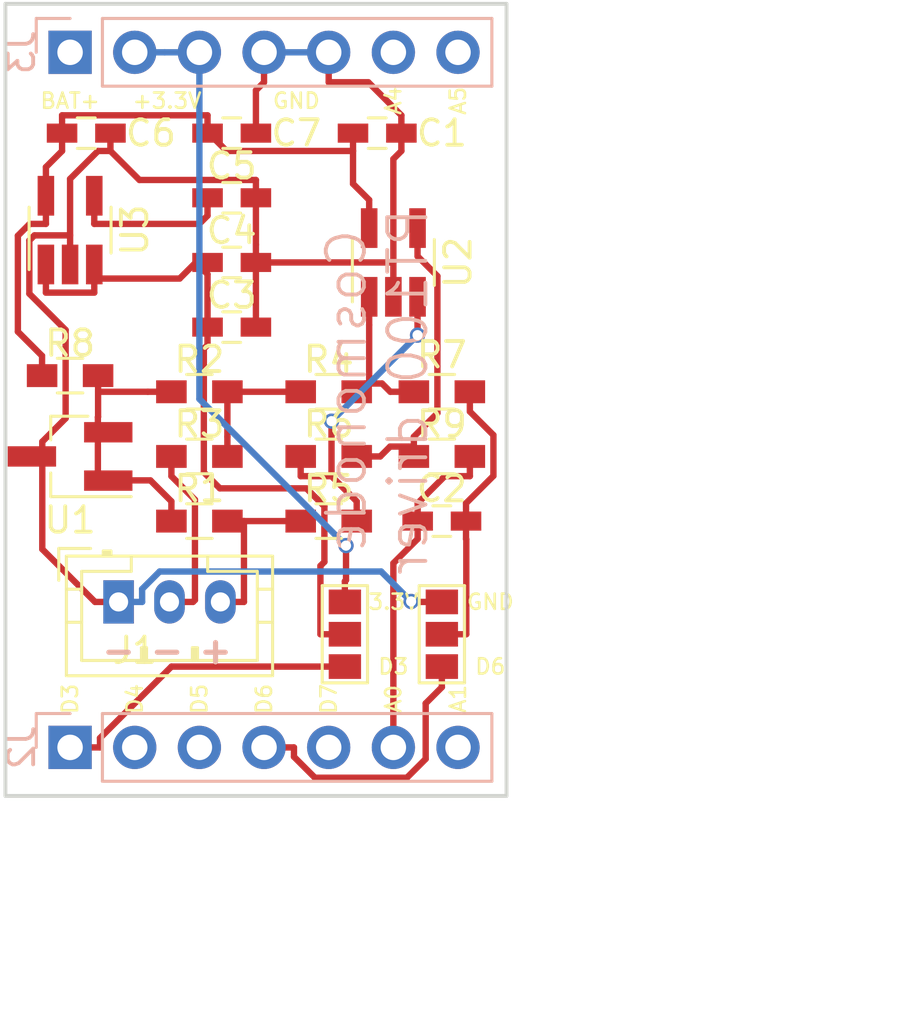
<source format=kicad_pcb>
(kicad_pcb (version 4) (host pcbnew 4.0.7-e1-6374~58~ubuntu16.04.1)

  (general
    (links 45)
    (no_connects 0)
    (area 140.730952 88.311666 182.475 133.510001)
    (thickness 1.6)
    (drawings 26)
    (tracks 170)
    (zones 0)
    (modules 24)
    (nets 24)
  )

  (page A4)
  (title_block
    (title Cosmonode_ext_04)
    (date 2017-08-02)
  )

  (layers
    (0 F.Cu signal)
    (31 B.Cu signal)
    (32 B.Adhes user)
    (33 F.Adhes user)
    (34 B.Paste user)
    (35 F.Paste user)
    (36 B.SilkS user)
    (37 F.SilkS user)
    (38 B.Mask user)
    (39 F.Mask user)
    (40 Dwgs.User user)
    (41 Cmts.User user)
    (42 Eco1.User user)
    (43 Eco2.User user)
    (44 Edge.Cuts user)
    (45 Margin user)
    (46 B.CrtYd user)
    (47 F.CrtYd user)
    (48 B.Fab user)
    (49 F.Fab user)
  )

  (setup
    (last_trace_width 0.25)
    (trace_clearance 0.2)
    (zone_clearance 0.508)
    (zone_45_only no)
    (trace_min 0.2)
    (segment_width 0.2)
    (edge_width 0.15)
    (via_size 0.6)
    (via_drill 0.4)
    (via_min_size 0.4)
    (via_min_drill 0.3)
    (uvia_size 0.3)
    (uvia_drill 0.1)
    (uvias_allowed no)
    (uvia_min_size 0.2)
    (uvia_min_drill 0.1)
    (pcb_text_width 0.3)
    (pcb_text_size 1.5 1.5)
    (mod_edge_width 0.15)
    (mod_text_size 1 1)
    (mod_text_width 0.15)
    (pad_size 1.524 1.524)
    (pad_drill 0.762)
    (pad_to_mask_clearance 0.2)
    (aux_axis_origin 0 0)
    (visible_elements FFFFFF7F)
    (pcbplotparams
      (layerselection 0x010f0_80000001)
      (usegerberextensions true)
      (excludeedgelayer true)
      (linewidth 0.100000)
      (plotframeref false)
      (viasonmask false)
      (mode 1)
      (useauxorigin false)
      (hpglpennumber 1)
      (hpglpenspeed 20)
      (hpglpendiameter 15)
      (hpglpenoverlay 2)
      (psnegative false)
      (psa4output false)
      (plotreference true)
      (plotvalue true)
      (plotinvisibletext false)
      (padsonsilk false)
      (subtractmaskfromsilk false)
      (outputformat 1)
      (mirror false)
      (drillshape 0)
      (scaleselection 1)
      (outputdirectory /home/ed/Kicad/Cosmonode_ext_04/gerber_files/))
  )

  (net 0 "")
  (net 1 /+3.0V)
  (net 2 GND)
  (net 3 "Net-(C2-Pad1)")
  (net 4 /A0)
  (net 5 "Net-(C3-Pad1)")
  (net 6 "Net-(C5-Pad1)")
  (net 7 "Net-(J1-Pad2)")
  (net 8 "Net-(J1-Pad3)")
  (net 9 /D6)
  (net 10 VCC)
  (net 11 /D3)
  (net 12 /+2.495V)
  (net 13 "Net-(R2-Pad2)")
  (net 14 "Net-(R4-Pad1)")
  (net 15 "Net-(R5-Pad2)")
  (net 16 "Net-(R6-Pad1)")
  (net 17 /D4)
  (net 18 /D5)
  (net 19 /D7)
  (net 20 /A1)
  (net 21 /BAT+)
  (net 22 /A4)
  (net 23 /A5)

  (net_class Default "Ceci est la Netclass par défaut"
    (clearance 0.2)
    (trace_width 0.25)
    (via_dia 0.6)
    (via_drill 0.4)
    (uvia_dia 0.3)
    (uvia_drill 0.1)
    (add_net /+2.495V)
    (add_net /+3.0V)
    (add_net /A0)
    (add_net /A1)
    (add_net /A4)
    (add_net /A5)
    (add_net /BAT+)
    (add_net /D3)
    (add_net /D4)
    (add_net /D5)
    (add_net /D6)
    (add_net /D7)
    (add_net GND)
    (add_net "Net-(C2-Pad1)")
    (add_net "Net-(C3-Pad1)")
    (add_net "Net-(C5-Pad1)")
    (add_net "Net-(J1-Pad2)")
    (add_net "Net-(J1-Pad3)")
    (add_net "Net-(R2-Pad2)")
    (add_net "Net-(R4-Pad1)")
    (add_net "Net-(R5-Pad2)")
    (add_net "Net-(R6-Pad1)")
    (add_net VCC)
  )

  (module Capacitors_SMD:C_0603_HandSoldering (layer F.Cu) (tedit 5982271B) (tstamp 598221C0)
    (at 158.115 96.52)
    (descr "Capacitor SMD 0603, hand soldering")
    (tags "capacitor 0603")
    (path /59821849)
    (attr smd)
    (fp_text reference C1 (at 2.54 0) (layer F.SilkS)
      (effects (font (size 1 1) (thickness 0.15)))
    )
    (fp_text value 100nF (at 0 1.5) (layer F.Fab) hide
      (effects (font (size 1 1) (thickness 0.15)))
    )
    (fp_text user %R (at 2.54 0) (layer F.Fab)
      (effects (font (size 1 1) (thickness 0.15)))
    )
    (fp_line (start -0.8 0.4) (end -0.8 -0.4) (layer F.Fab) (width 0.1))
    (fp_line (start 0.8 0.4) (end -0.8 0.4) (layer F.Fab) (width 0.1))
    (fp_line (start 0.8 -0.4) (end 0.8 0.4) (layer F.Fab) (width 0.1))
    (fp_line (start -0.8 -0.4) (end 0.8 -0.4) (layer F.Fab) (width 0.1))
    (fp_line (start -0.35 -0.6) (end 0.35 -0.6) (layer F.SilkS) (width 0.12))
    (fp_line (start 0.35 0.6) (end -0.35 0.6) (layer F.SilkS) (width 0.12))
    (fp_line (start -1.8 -0.65) (end 1.8 -0.65) (layer F.CrtYd) (width 0.05))
    (fp_line (start -1.8 -0.65) (end -1.8 0.65) (layer F.CrtYd) (width 0.05))
    (fp_line (start 1.8 0.65) (end 1.8 -0.65) (layer F.CrtYd) (width 0.05))
    (fp_line (start 1.8 0.65) (end -1.8 0.65) (layer F.CrtYd) (width 0.05))
    (pad 1 smd rect (at -0.95 0) (size 1.2 0.75) (layers F.Cu F.Paste F.Mask)
      (net 1 /+3.0V))
    (pad 2 smd rect (at 0.95 0) (size 1.2 0.75) (layers F.Cu F.Paste F.Mask)
      (net 2 GND))
    (model Capacitors_SMD.3dshapes/C_0603.wrl
      (at (xyz 0 0 0))
      (scale (xyz 1 1 1))
      (rotate (xyz 0 0 0))
    )
  )

  (module Capacitors_SMD:C_0603_HandSoldering (layer F.Cu) (tedit 59822700) (tstamp 598221C6)
    (at 160.655 111.76 180)
    (descr "Capacitor SMD 0603, hand soldering")
    (tags "capacitor 0603")
    (path /5982194B)
    (attr smd)
    (fp_text reference C2 (at 0 1.27 180) (layer F.SilkS)
      (effects (font (size 1 1) (thickness 0.15)))
    )
    (fp_text value 1uF (at 0 1.5 180) (layer F.Fab) hide
      (effects (font (size 1 1) (thickness 0.15)))
    )
    (fp_text user %R (at 0 1.27 180) (layer F.Fab)
      (effects (font (size 1 1) (thickness 0.15)))
    )
    (fp_line (start -0.8 0.4) (end -0.8 -0.4) (layer F.Fab) (width 0.1))
    (fp_line (start 0.8 0.4) (end -0.8 0.4) (layer F.Fab) (width 0.1))
    (fp_line (start 0.8 -0.4) (end 0.8 0.4) (layer F.Fab) (width 0.1))
    (fp_line (start -0.8 -0.4) (end 0.8 -0.4) (layer F.Fab) (width 0.1))
    (fp_line (start -0.35 -0.6) (end 0.35 -0.6) (layer F.SilkS) (width 0.12))
    (fp_line (start 0.35 0.6) (end -0.35 0.6) (layer F.SilkS) (width 0.12))
    (fp_line (start -1.8 -0.65) (end 1.8 -0.65) (layer F.CrtYd) (width 0.05))
    (fp_line (start -1.8 -0.65) (end -1.8 0.65) (layer F.CrtYd) (width 0.05))
    (fp_line (start 1.8 0.65) (end 1.8 -0.65) (layer F.CrtYd) (width 0.05))
    (fp_line (start 1.8 0.65) (end -1.8 0.65) (layer F.CrtYd) (width 0.05))
    (pad 1 smd rect (at -0.95 0 180) (size 1.2 0.75) (layers F.Cu F.Paste F.Mask)
      (net 3 "Net-(C2-Pad1)"))
    (pad 2 smd rect (at 0.95 0 180) (size 1.2 0.75) (layers F.Cu F.Paste F.Mask)
      (net 4 /A0))
    (model Capacitors_SMD.3dshapes/C_0603.wrl
      (at (xyz 0 0 0))
      (scale (xyz 1 1 1))
      (rotate (xyz 0 0 0))
    )
  )

  (module Capacitors_SMD:C_0603_HandSoldering (layer F.Cu) (tedit 59822668) (tstamp 598221CC)
    (at 152.4 104.14)
    (descr "Capacitor SMD 0603, hand soldering")
    (tags "capacitor 0603")
    (path /59821816)
    (attr smd)
    (fp_text reference C3 (at 0 -1.25) (layer F.SilkS)
      (effects (font (size 1 1) (thickness 0.15)))
    )
    (fp_text value 4.7uF (at 0 1.5) (layer F.Fab) hide
      (effects (font (size 1 1) (thickness 0.15)))
    )
    (fp_text user %R (at 0 -1.25) (layer F.Fab)
      (effects (font (size 1 1) (thickness 0.15)))
    )
    (fp_line (start -0.8 0.4) (end -0.8 -0.4) (layer F.Fab) (width 0.1))
    (fp_line (start 0.8 0.4) (end -0.8 0.4) (layer F.Fab) (width 0.1))
    (fp_line (start 0.8 -0.4) (end 0.8 0.4) (layer F.Fab) (width 0.1))
    (fp_line (start -0.8 -0.4) (end 0.8 -0.4) (layer F.Fab) (width 0.1))
    (fp_line (start -0.35 -0.6) (end 0.35 -0.6) (layer F.SilkS) (width 0.12))
    (fp_line (start 0.35 0.6) (end -0.35 0.6) (layer F.SilkS) (width 0.12))
    (fp_line (start -1.8 -0.65) (end 1.8 -0.65) (layer F.CrtYd) (width 0.05))
    (fp_line (start -1.8 -0.65) (end -1.8 0.65) (layer F.CrtYd) (width 0.05))
    (fp_line (start 1.8 0.65) (end 1.8 -0.65) (layer F.CrtYd) (width 0.05))
    (fp_line (start 1.8 0.65) (end -1.8 0.65) (layer F.CrtYd) (width 0.05))
    (pad 1 smd rect (at -0.95 0) (size 1.2 0.75) (layers F.Cu F.Paste F.Mask)
      (net 5 "Net-(C3-Pad1)"))
    (pad 2 smd rect (at 0.95 0) (size 1.2 0.75) (layers F.Cu F.Paste F.Mask)
      (net 2 GND))
    (model Capacitors_SMD.3dshapes/C_0603.wrl
      (at (xyz 0 0 0))
      (scale (xyz 1 1 1))
      (rotate (xyz 0 0 0))
    )
  )

  (module Capacitors_SMD:C_0603_HandSoldering (layer F.Cu) (tedit 59822621) (tstamp 598221D2)
    (at 152.4 101.6)
    (descr "Capacitor SMD 0603, hand soldering")
    (tags "capacitor 0603")
    (path /598217C1)
    (attr smd)
    (fp_text reference C4 (at 0 -1.25) (layer F.SilkS)
      (effects (font (size 1 1) (thickness 0.15)))
    )
    (fp_text value 100nF (at 0 1.5) (layer F.Fab) hide
      (effects (font (size 1 1) (thickness 0.15)))
    )
    (fp_text user %R (at 0 -1.25) (layer F.Fab)
      (effects (font (size 1 1) (thickness 0.15)))
    )
    (fp_line (start -0.8 0.4) (end -0.8 -0.4) (layer F.Fab) (width 0.1))
    (fp_line (start 0.8 0.4) (end -0.8 0.4) (layer F.Fab) (width 0.1))
    (fp_line (start 0.8 -0.4) (end 0.8 0.4) (layer F.Fab) (width 0.1))
    (fp_line (start -0.8 -0.4) (end 0.8 -0.4) (layer F.Fab) (width 0.1))
    (fp_line (start -0.35 -0.6) (end 0.35 -0.6) (layer F.SilkS) (width 0.12))
    (fp_line (start 0.35 0.6) (end -0.35 0.6) (layer F.SilkS) (width 0.12))
    (fp_line (start -1.8 -0.65) (end 1.8 -0.65) (layer F.CrtYd) (width 0.05))
    (fp_line (start -1.8 -0.65) (end -1.8 0.65) (layer F.CrtYd) (width 0.05))
    (fp_line (start 1.8 0.65) (end 1.8 -0.65) (layer F.CrtYd) (width 0.05))
    (fp_line (start 1.8 0.65) (end -1.8 0.65) (layer F.CrtYd) (width 0.05))
    (pad 1 smd rect (at -0.95 0) (size 1.2 0.75) (layers F.Cu F.Paste F.Mask)
      (net 5 "Net-(C3-Pad1)"))
    (pad 2 smd rect (at 0.95 0) (size 1.2 0.75) (layers F.Cu F.Paste F.Mask)
      (net 2 GND))
    (model Capacitors_SMD.3dshapes/C_0603.wrl
      (at (xyz 0 0 0))
      (scale (xyz 1 1 1))
      (rotate (xyz 0 0 0))
    )
  )

  (module Capacitors_SMD:C_0603_HandSoldering (layer F.Cu) (tedit 5982266D) (tstamp 598221D8)
    (at 152.4 99.06)
    (descr "Capacitor SMD 0603, hand soldering")
    (tags "capacitor 0603")
    (path /598218BB)
    (attr smd)
    (fp_text reference C5 (at 0 -1.25) (layer F.SilkS)
      (effects (font (size 1 1) (thickness 0.15)))
    )
    (fp_text value 10nF (at 0 1.5) (layer F.Fab) hide
      (effects (font (size 1 1) (thickness 0.15)))
    )
    (fp_text user %R (at 0 -1.25) (layer F.Fab)
      (effects (font (size 1 1) (thickness 0.15)))
    )
    (fp_line (start -0.8 0.4) (end -0.8 -0.4) (layer F.Fab) (width 0.1))
    (fp_line (start 0.8 0.4) (end -0.8 0.4) (layer F.Fab) (width 0.1))
    (fp_line (start 0.8 -0.4) (end 0.8 0.4) (layer F.Fab) (width 0.1))
    (fp_line (start -0.8 -0.4) (end 0.8 -0.4) (layer F.Fab) (width 0.1))
    (fp_line (start -0.35 -0.6) (end 0.35 -0.6) (layer F.SilkS) (width 0.12))
    (fp_line (start 0.35 0.6) (end -0.35 0.6) (layer F.SilkS) (width 0.12))
    (fp_line (start -1.8 -0.65) (end 1.8 -0.65) (layer F.CrtYd) (width 0.05))
    (fp_line (start -1.8 -0.65) (end -1.8 0.65) (layer F.CrtYd) (width 0.05))
    (fp_line (start 1.8 0.65) (end 1.8 -0.65) (layer F.CrtYd) (width 0.05))
    (fp_line (start 1.8 0.65) (end -1.8 0.65) (layer F.CrtYd) (width 0.05))
    (pad 1 smd rect (at -0.95 0) (size 1.2 0.75) (layers F.Cu F.Paste F.Mask)
      (net 6 "Net-(C5-Pad1)"))
    (pad 2 smd rect (at 0.95 0) (size 1.2 0.75) (layers F.Cu F.Paste F.Mask)
      (net 2 GND))
    (model Capacitors_SMD.3dshapes/C_0603.wrl
      (at (xyz 0 0 0))
      (scale (xyz 1 1 1))
      (rotate (xyz 0 0 0))
    )
  )

  (module Capacitors_SMD:C_0603_HandSoldering (layer F.Cu) (tedit 59822717) (tstamp 598221DE)
    (at 146.685 96.52)
    (descr "Capacitor SMD 0603, hand soldering")
    (tags "capacitor 0603")
    (path /59821884)
    (attr smd)
    (fp_text reference C6 (at 2.54 0) (layer F.SilkS)
      (effects (font (size 1 1) (thickness 0.15)))
    )
    (fp_text value 4.7nF (at 0 1.5) (layer F.Fab) hide
      (effects (font (size 1 1) (thickness 0.15)))
    )
    (fp_text user %R (at 2.54 0) (layer F.Fab)
      (effects (font (size 1 1) (thickness 0.15)))
    )
    (fp_line (start -0.8 0.4) (end -0.8 -0.4) (layer F.Fab) (width 0.1))
    (fp_line (start 0.8 0.4) (end -0.8 0.4) (layer F.Fab) (width 0.1))
    (fp_line (start 0.8 -0.4) (end 0.8 0.4) (layer F.Fab) (width 0.1))
    (fp_line (start -0.8 -0.4) (end 0.8 -0.4) (layer F.Fab) (width 0.1))
    (fp_line (start -0.35 -0.6) (end 0.35 -0.6) (layer F.SilkS) (width 0.12))
    (fp_line (start 0.35 0.6) (end -0.35 0.6) (layer F.SilkS) (width 0.12))
    (fp_line (start -1.8 -0.65) (end 1.8 -0.65) (layer F.CrtYd) (width 0.05))
    (fp_line (start -1.8 -0.65) (end -1.8 0.65) (layer F.CrtYd) (width 0.05))
    (fp_line (start 1.8 0.65) (end 1.8 -0.65) (layer F.CrtYd) (width 0.05))
    (fp_line (start 1.8 0.65) (end -1.8 0.65) (layer F.CrtYd) (width 0.05))
    (pad 1 smd rect (at -0.95 0) (size 1.2 0.75) (layers F.Cu F.Paste F.Mask)
      (net 1 /+3.0V))
    (pad 2 smd rect (at 0.95 0) (size 1.2 0.75) (layers F.Cu F.Paste F.Mask)
      (net 2 GND))
    (model Capacitors_SMD.3dshapes/C_0603.wrl
      (at (xyz 0 0 0))
      (scale (xyz 1 1 1))
      (rotate (xyz 0 0 0))
    )
  )

  (module Capacitors_SMD:C_0603_HandSoldering (layer F.Cu) (tedit 59822719) (tstamp 598221E4)
    (at 152.4 96.52)
    (descr "Capacitor SMD 0603, hand soldering")
    (tags "capacitor 0603")
    (path /598218F8)
    (attr smd)
    (fp_text reference C7 (at 2.54 0) (layer F.SilkS)
      (effects (font (size 1 1) (thickness 0.15)))
    )
    (fp_text value 100nF (at 0 1.5) (layer F.Fab) hide
      (effects (font (size 1 1) (thickness 0.15)))
    )
    (fp_text user %R (at 2.54 0) (layer F.Fab)
      (effects (font (size 1 1) (thickness 0.15)))
    )
    (fp_line (start -0.8 0.4) (end -0.8 -0.4) (layer F.Fab) (width 0.1))
    (fp_line (start 0.8 0.4) (end -0.8 0.4) (layer F.Fab) (width 0.1))
    (fp_line (start 0.8 -0.4) (end 0.8 0.4) (layer F.Fab) (width 0.1))
    (fp_line (start -0.8 -0.4) (end 0.8 -0.4) (layer F.Fab) (width 0.1))
    (fp_line (start -0.35 -0.6) (end 0.35 -0.6) (layer F.SilkS) (width 0.12))
    (fp_line (start 0.35 0.6) (end -0.35 0.6) (layer F.SilkS) (width 0.12))
    (fp_line (start -1.8 -0.65) (end 1.8 -0.65) (layer F.CrtYd) (width 0.05))
    (fp_line (start -1.8 -0.65) (end -1.8 0.65) (layer F.CrtYd) (width 0.05))
    (fp_line (start 1.8 0.65) (end 1.8 -0.65) (layer F.CrtYd) (width 0.05))
    (fp_line (start 1.8 0.65) (end -1.8 0.65) (layer F.CrtYd) (width 0.05))
    (pad 1 smd rect (at -0.95 0) (size 1.2 0.75) (layers F.Cu F.Paste F.Mask)
      (net 1 /+3.0V))
    (pad 2 smd rect (at 0.95 0) (size 1.2 0.75) (layers F.Cu F.Paste F.Mask)
      (net 2 GND))
    (model Capacitors_SMD.3dshapes/C_0603.wrl
      (at (xyz 0 0 0))
      (scale (xyz 1 1 1))
      (rotate (xyz 0 0 0))
    )
  )

  (module Connectors_JST:JST_PH_B3B-PH-K_03x2.00mm_Straight (layer F.Cu) (tedit 59822957) (tstamp 598221EB)
    (at 147.955 114.935)
    (descr "JST PH series connector, B3B-PH-K, top entry type, through hole, Datasheet: http://www.jst-mfg.com/product/pdf/eng/ePH.pdf")
    (tags "connector jst ph")
    (path /5982290D)
    (fp_text reference J1 (at 0.635 1.905) (layer F.SilkS)
      (effects (font (size 1 1) (thickness 0.15)))
    )
    (fp_text value PT100 (at -3.175 0.635 90) (layer F.Fab)
      (effects (font (size 1 1) (thickness 0.15)))
    )
    (fp_line (start -2.05 -1.8) (end -2.05 2.9) (layer F.SilkS) (width 0.12))
    (fp_line (start -2.05 2.9) (end 6.05 2.9) (layer F.SilkS) (width 0.12))
    (fp_line (start 6.05 2.9) (end 6.05 -1.8) (layer F.SilkS) (width 0.12))
    (fp_line (start 6.05 -1.8) (end -2.05 -1.8) (layer F.SilkS) (width 0.12))
    (fp_line (start 0.5 -1.8) (end 0.5 -1.2) (layer F.SilkS) (width 0.12))
    (fp_line (start 0.5 -1.2) (end -1.45 -1.2) (layer F.SilkS) (width 0.12))
    (fp_line (start -1.45 -1.2) (end -1.45 2.3) (layer F.SilkS) (width 0.12))
    (fp_line (start -1.45 2.3) (end 5.45 2.3) (layer F.SilkS) (width 0.12))
    (fp_line (start 5.45 2.3) (end 5.45 -1.2) (layer F.SilkS) (width 0.12))
    (fp_line (start 5.45 -1.2) (end 3.5 -1.2) (layer F.SilkS) (width 0.12))
    (fp_line (start 3.5 -1.2) (end 3.5 -1.8) (layer F.SilkS) (width 0.12))
    (fp_line (start -2.05 -0.5) (end -1.45 -0.5) (layer F.SilkS) (width 0.12))
    (fp_line (start -2.05 0.8) (end -1.45 0.8) (layer F.SilkS) (width 0.12))
    (fp_line (start 6.05 -0.5) (end 5.45 -0.5) (layer F.SilkS) (width 0.12))
    (fp_line (start 6.05 0.8) (end 5.45 0.8) (layer F.SilkS) (width 0.12))
    (fp_line (start -0.3 -1.8) (end -0.3 -2) (layer F.SilkS) (width 0.12))
    (fp_line (start -0.3 -2) (end -0.6 -2) (layer F.SilkS) (width 0.12))
    (fp_line (start -0.6 -2) (end -0.6 -1.8) (layer F.SilkS) (width 0.12))
    (fp_line (start -0.3 -1.9) (end -0.6 -1.9) (layer F.SilkS) (width 0.12))
    (fp_line (start 0.9 2.3) (end 0.9 1.8) (layer F.SilkS) (width 0.12))
    (fp_line (start 0.9 1.8) (end 1.1 1.8) (layer F.SilkS) (width 0.12))
    (fp_line (start 1.1 1.8) (end 1.1 2.3) (layer F.SilkS) (width 0.12))
    (fp_line (start 1 2.3) (end 1 1.8) (layer F.SilkS) (width 0.12))
    (fp_line (start 2.9 2.3) (end 2.9 1.8) (layer F.SilkS) (width 0.12))
    (fp_line (start 2.9 1.8) (end 3.1 1.8) (layer F.SilkS) (width 0.12))
    (fp_line (start 3.1 1.8) (end 3.1 2.3) (layer F.SilkS) (width 0.12))
    (fp_line (start 3 2.3) (end 3 1.8) (layer F.SilkS) (width 0.12))
    (fp_line (start -1.1 -2.1) (end -2.35 -2.1) (layer F.SilkS) (width 0.12))
    (fp_line (start -2.35 -2.1) (end -2.35 -0.85) (layer F.SilkS) (width 0.12))
    (fp_line (start -1.1 -2.1) (end -2.35 -2.1) (layer F.Fab) (width 0.1))
    (fp_line (start -2.35 -2.1) (end -2.35 -0.85) (layer F.Fab) (width 0.1))
    (fp_line (start -1.95 -1.7) (end -1.95 2.8) (layer F.Fab) (width 0.1))
    (fp_line (start -1.95 2.8) (end 5.95 2.8) (layer F.Fab) (width 0.1))
    (fp_line (start 5.95 2.8) (end 5.95 -1.7) (layer F.Fab) (width 0.1))
    (fp_line (start 5.95 -1.7) (end -1.95 -1.7) (layer F.Fab) (width 0.1))
    (fp_line (start -2.45 -2.2) (end -2.45 3.3) (layer F.CrtYd) (width 0.05))
    (fp_line (start -2.45 3.3) (end 6.45 3.3) (layer F.CrtYd) (width 0.05))
    (fp_line (start 6.45 3.3) (end 6.45 -2.2) (layer F.CrtYd) (width 0.05))
    (fp_line (start 6.45 -2.2) (end -2.45 -2.2) (layer F.CrtYd) (width 0.05))
    (fp_text user %R (at 0.635 1.905) (layer F.Fab)
      (effects (font (size 1 1) (thickness 0.15)))
    )
    (pad 1 thru_hole rect (at 0 0) (size 1.2 1.7) (drill 0.75) (layers *.Cu *.Mask)
      (net 2 GND))
    (pad 2 thru_hole oval (at 2 0) (size 1.2 1.7) (drill 0.75) (layers *.Cu *.Mask)
      (net 7 "Net-(J1-Pad2)"))
    (pad 3 thru_hole oval (at 4 0) (size 1.2 1.7) (drill 0.75) (layers *.Cu *.Mask)
      (net 8 "Net-(J1-Pad3)"))
    (model ${KISYS3DMOD}/Connectors_JST.3dshapes/JST_PH_B3B-PH-K_03x2.00mm_Straight.wrl
      (at (xyz 0 0 0))
      (scale (xyz 1 1 1))
      (rotate (xyz 0 0 0))
    )
  )

  (module Connectors:GS3 (layer F.Cu) (tedit 598229F9) (tstamp 598221F2)
    (at 160.655 116.205)
    (descr "3-pin solder bridge")
    (tags "solder bridge")
    (path /59826F97)
    (attr smd)
    (fp_text reference J4 (at -1.7 0 90) (layer F.SilkS) hide
      (effects (font (size 1 1) (thickness 0.15)))
    )
    (fp_text value GS3 (at 1.8 0 90) (layer F.Fab) hide
      (effects (font (size 1 1) (thickness 0.15)))
    )
    (fp_line (start -1.15 -2.15) (end 1.15 -2.15) (layer F.CrtYd) (width 0.05))
    (fp_line (start 1.15 -2.15) (end 1.15 2.15) (layer F.CrtYd) (width 0.05))
    (fp_line (start 1.15 2.15) (end -1.15 2.15) (layer F.CrtYd) (width 0.05))
    (fp_line (start -1.15 2.15) (end -1.15 -2.15) (layer F.CrtYd) (width 0.05))
    (fp_line (start -0.89 -1.91) (end -0.89 1.91) (layer F.SilkS) (width 0.12))
    (fp_line (start -0.89 1.91) (end 0.89 1.91) (layer F.SilkS) (width 0.12))
    (fp_line (start 0.89 1.91) (end 0.89 -1.91) (layer F.SilkS) (width 0.12))
    (fp_line (start -0.89 -1.91) (end 0.89 -1.91) (layer F.SilkS) (width 0.12))
    (pad 1 smd rect (at 0 -1.27) (size 1.27 0.97) (layers F.Cu F.Paste F.Mask)
      (net 2 GND))
    (pad 2 smd rect (at 0 0) (size 1.27 0.97) (layers F.Cu F.Paste F.Mask)
      (net 3 "Net-(C2-Pad1)"))
    (pad 3 smd rect (at 0 1.27) (size 1.27 0.97) (layers F.Cu F.Paste F.Mask)
      (net 9 /D6))
  )

  (module Connectors:GS3 (layer F.Cu) (tedit 598229FD) (tstamp 598221F9)
    (at 156.845 116.205)
    (descr "3-pin solder bridge")
    (tags "solder bridge")
    (path /59826E2B)
    (attr smd)
    (fp_text reference J5 (at -1.7 0 90) (layer F.SilkS) hide
      (effects (font (size 1 1) (thickness 0.15)))
    )
    (fp_text value GS3 (at 1.8 0 90) (layer F.Fab) hide
      (effects (font (size 1 1) (thickness 0.15)))
    )
    (fp_line (start -1.15 -2.15) (end 1.15 -2.15) (layer F.CrtYd) (width 0.05))
    (fp_line (start 1.15 -2.15) (end 1.15 2.15) (layer F.CrtYd) (width 0.05))
    (fp_line (start 1.15 2.15) (end -1.15 2.15) (layer F.CrtYd) (width 0.05))
    (fp_line (start -1.15 2.15) (end -1.15 -2.15) (layer F.CrtYd) (width 0.05))
    (fp_line (start -0.89 -1.91) (end -0.89 1.91) (layer F.SilkS) (width 0.12))
    (fp_line (start -0.89 1.91) (end 0.89 1.91) (layer F.SilkS) (width 0.12))
    (fp_line (start 0.89 1.91) (end 0.89 -1.91) (layer F.SilkS) (width 0.12))
    (fp_line (start -0.89 -1.91) (end 0.89 -1.91) (layer F.SilkS) (width 0.12))
    (pad 1 smd rect (at 0 -1.27) (size 1.27 0.97) (layers F.Cu F.Paste F.Mask)
      (net 10 VCC))
    (pad 2 smd rect (at 0 0) (size 1.27 0.97) (layers F.Cu F.Paste F.Mask)
      (net 5 "Net-(C3-Pad1)"))
    (pad 3 smd rect (at 0 1.27) (size 1.27 0.97) (layers F.Cu F.Paste F.Mask)
      (net 11 /D3))
  )

  (module Resistors_SMD:R_0603_HandSoldering (layer F.Cu) (tedit 59822706) (tstamp 598221FF)
    (at 151.13 111.76)
    (descr "Resistor SMD 0603, hand soldering")
    (tags "resistor 0603")
    (path /59821693)
    (attr smd)
    (fp_text reference R1 (at 0 -1.27) (layer F.SilkS)
      (effects (font (size 1 1) (thickness 0.15)))
    )
    (fp_text value 1.8k (at 0 1.55) (layer F.Fab) hide
      (effects (font (size 1 1) (thickness 0.15)))
    )
    (fp_text user %R (at 0 0) (layer F.Fab)
      (effects (font (size 0.4 0.4) (thickness 0.075)))
    )
    (fp_line (start -0.8 0.4) (end -0.8 -0.4) (layer F.Fab) (width 0.1))
    (fp_line (start 0.8 0.4) (end -0.8 0.4) (layer F.Fab) (width 0.1))
    (fp_line (start 0.8 -0.4) (end 0.8 0.4) (layer F.Fab) (width 0.1))
    (fp_line (start -0.8 -0.4) (end 0.8 -0.4) (layer F.Fab) (width 0.1))
    (fp_line (start 0.5 0.68) (end -0.5 0.68) (layer F.SilkS) (width 0.12))
    (fp_line (start -0.5 -0.68) (end 0.5 -0.68) (layer F.SilkS) (width 0.12))
    (fp_line (start -1.96 -0.7) (end 1.95 -0.7) (layer F.CrtYd) (width 0.05))
    (fp_line (start -1.96 -0.7) (end -1.96 0.7) (layer F.CrtYd) (width 0.05))
    (fp_line (start 1.95 0.7) (end 1.95 -0.7) (layer F.CrtYd) (width 0.05))
    (fp_line (start 1.95 0.7) (end -1.96 0.7) (layer F.CrtYd) (width 0.05))
    (pad 1 smd rect (at -1.1 0) (size 1.2 0.9) (layers F.Cu F.Paste F.Mask)
      (net 12 /+2.495V))
    (pad 2 smd rect (at 1.1 0) (size 1.2 0.9) (layers F.Cu F.Paste F.Mask)
      (net 8 "Net-(J1-Pad3)"))
    (model ${KISYS3DMOD}/Resistors_SMD.3dshapes/R_0603.wrl
      (at (xyz 0 0 0))
      (scale (xyz 1 1 1))
      (rotate (xyz 0 0 0))
    )
  )

  (module Resistors_SMD:R_0603_HandSoldering (layer F.Cu) (tedit 59822708) (tstamp 59822205)
    (at 151.13 106.68)
    (descr "Resistor SMD 0603, hand soldering")
    (tags "resistor 0603")
    (path /598216B4)
    (attr smd)
    (fp_text reference R2 (at 0 -1.27) (layer F.SilkS)
      (effects (font (size 1 1) (thickness 0.15)))
    )
    (fp_text value 1.8k (at 0 1.55) (layer F.Fab) hide
      (effects (font (size 1 1) (thickness 0.15)))
    )
    (fp_text user %R (at 0 0) (layer F.Fab)
      (effects (font (size 0.4 0.4) (thickness 0.075)))
    )
    (fp_line (start -0.8 0.4) (end -0.8 -0.4) (layer F.Fab) (width 0.1))
    (fp_line (start 0.8 0.4) (end -0.8 0.4) (layer F.Fab) (width 0.1))
    (fp_line (start 0.8 -0.4) (end 0.8 0.4) (layer F.Fab) (width 0.1))
    (fp_line (start -0.8 -0.4) (end 0.8 -0.4) (layer F.Fab) (width 0.1))
    (fp_line (start 0.5 0.68) (end -0.5 0.68) (layer F.SilkS) (width 0.12))
    (fp_line (start -0.5 -0.68) (end 0.5 -0.68) (layer F.SilkS) (width 0.12))
    (fp_line (start -1.96 -0.7) (end 1.95 -0.7) (layer F.CrtYd) (width 0.05))
    (fp_line (start -1.96 -0.7) (end -1.96 0.7) (layer F.CrtYd) (width 0.05))
    (fp_line (start 1.95 0.7) (end 1.95 -0.7) (layer F.CrtYd) (width 0.05))
    (fp_line (start 1.95 0.7) (end -1.96 0.7) (layer F.CrtYd) (width 0.05))
    (pad 1 smd rect (at -1.1 0) (size 1.2 0.9) (layers F.Cu F.Paste F.Mask)
      (net 12 /+2.495V))
    (pad 2 smd rect (at 1.1 0) (size 1.2 0.9) (layers F.Cu F.Paste F.Mask)
      (net 13 "Net-(R2-Pad2)"))
    (model ${KISYS3DMOD}/Resistors_SMD.3dshapes/R_0603.wrl
      (at (xyz 0 0 0))
      (scale (xyz 1 1 1))
      (rotate (xyz 0 0 0))
    )
  )

  (module Resistors_SMD:R_0603_HandSoldering (layer F.Cu) (tedit 59822704) (tstamp 5982220B)
    (at 151.13 109.22 180)
    (descr "Resistor SMD 0603, hand soldering")
    (tags "resistor 0603")
    (path /59821664)
    (attr smd)
    (fp_text reference R3 (at 0 1.27 180) (layer F.SilkS)
      (effects (font (size 1 1) (thickness 0.15)))
    )
    (fp_text value 100R (at 0 1.55 180) (layer F.Fab) hide
      (effects (font (size 1 1) (thickness 0.15)))
    )
    (fp_text user %R (at 0 0 180) (layer F.Fab)
      (effects (font (size 0.4 0.4) (thickness 0.075)))
    )
    (fp_line (start -0.8 0.4) (end -0.8 -0.4) (layer F.Fab) (width 0.1))
    (fp_line (start 0.8 0.4) (end -0.8 0.4) (layer F.Fab) (width 0.1))
    (fp_line (start 0.8 -0.4) (end 0.8 0.4) (layer F.Fab) (width 0.1))
    (fp_line (start -0.8 -0.4) (end 0.8 -0.4) (layer F.Fab) (width 0.1))
    (fp_line (start 0.5 0.68) (end -0.5 0.68) (layer F.SilkS) (width 0.12))
    (fp_line (start -0.5 -0.68) (end 0.5 -0.68) (layer F.SilkS) (width 0.12))
    (fp_line (start -1.96 -0.7) (end 1.95 -0.7) (layer F.CrtYd) (width 0.05))
    (fp_line (start -1.96 -0.7) (end -1.96 0.7) (layer F.CrtYd) (width 0.05))
    (fp_line (start 1.95 0.7) (end 1.95 -0.7) (layer F.CrtYd) (width 0.05))
    (fp_line (start 1.95 0.7) (end -1.96 0.7) (layer F.CrtYd) (width 0.05))
    (pad 1 smd rect (at -1.1 0 180) (size 1.2 0.9) (layers F.Cu F.Paste F.Mask)
      (net 13 "Net-(R2-Pad2)"))
    (pad 2 smd rect (at 1.1 0 180) (size 1.2 0.9) (layers F.Cu F.Paste F.Mask)
      (net 7 "Net-(J1-Pad2)"))
    (model ${KISYS3DMOD}/Resistors_SMD.3dshapes/R_0603.wrl
      (at (xyz 0 0 0))
      (scale (xyz 1 1 1))
      (rotate (xyz 0 0 0))
    )
  )

  (module Resistors_SMD:R_0603_HandSoldering (layer F.Cu) (tedit 598226F4) (tstamp 59822211)
    (at 156.21 106.68 180)
    (descr "Resistor SMD 0603, hand soldering")
    (tags "resistor 0603")
    (path /59821631)
    (attr smd)
    (fp_text reference R4 (at 0 1.27 180) (layer F.SilkS)
      (effects (font (size 1 1) (thickness 0.15)))
    )
    (fp_text value 10k (at 0 1.55 180) (layer F.Fab) hide
      (effects (font (size 1 1) (thickness 0.15)))
    )
    (fp_text user %R (at 0 0 180) (layer F.Fab)
      (effects (font (size 0.4 0.4) (thickness 0.075)))
    )
    (fp_line (start -0.8 0.4) (end -0.8 -0.4) (layer F.Fab) (width 0.1))
    (fp_line (start 0.8 0.4) (end -0.8 0.4) (layer F.Fab) (width 0.1))
    (fp_line (start 0.8 -0.4) (end 0.8 0.4) (layer F.Fab) (width 0.1))
    (fp_line (start -0.8 -0.4) (end 0.8 -0.4) (layer F.Fab) (width 0.1))
    (fp_line (start 0.5 0.68) (end -0.5 0.68) (layer F.SilkS) (width 0.12))
    (fp_line (start -0.5 -0.68) (end 0.5 -0.68) (layer F.SilkS) (width 0.12))
    (fp_line (start -1.96 -0.7) (end 1.95 -0.7) (layer F.CrtYd) (width 0.05))
    (fp_line (start -1.96 -0.7) (end -1.96 0.7) (layer F.CrtYd) (width 0.05))
    (fp_line (start 1.95 0.7) (end 1.95 -0.7) (layer F.CrtYd) (width 0.05))
    (fp_line (start 1.95 0.7) (end -1.96 0.7) (layer F.CrtYd) (width 0.05))
    (pad 1 smd rect (at -1.1 0 180) (size 1.2 0.9) (layers F.Cu F.Paste F.Mask)
      (net 14 "Net-(R4-Pad1)"))
    (pad 2 smd rect (at 1.1 0 180) (size 1.2 0.9) (layers F.Cu F.Paste F.Mask)
      (net 13 "Net-(R2-Pad2)"))
    (model ${KISYS3DMOD}/Resistors_SMD.3dshapes/R_0603.wrl
      (at (xyz 0 0 0))
      (scale (xyz 1 1 1))
      (rotate (xyz 0 0 0))
    )
  )

  (module Resistors_SMD:R_0603_HandSoldering (layer F.Cu) (tedit 598226F9) (tstamp 59822217)
    (at 156.21 111.76)
    (descr "Resistor SMD 0603, hand soldering")
    (tags "resistor 0603")
    (path /59821763)
    (attr smd)
    (fp_text reference R5 (at 0 -1.27) (layer F.SilkS)
      (effects (font (size 1 1) (thickness 0.15)))
    )
    (fp_text value 10k (at 0 1.55) (layer F.Fab) hide
      (effects (font (size 1 1) (thickness 0.15)))
    )
    (fp_text user %R (at 0 0) (layer F.Fab)
      (effects (font (size 0.4 0.4) (thickness 0.075)))
    )
    (fp_line (start -0.8 0.4) (end -0.8 -0.4) (layer F.Fab) (width 0.1))
    (fp_line (start 0.8 0.4) (end -0.8 0.4) (layer F.Fab) (width 0.1))
    (fp_line (start 0.8 -0.4) (end 0.8 0.4) (layer F.Fab) (width 0.1))
    (fp_line (start -0.8 -0.4) (end 0.8 -0.4) (layer F.Fab) (width 0.1))
    (fp_line (start 0.5 0.68) (end -0.5 0.68) (layer F.SilkS) (width 0.12))
    (fp_line (start -0.5 -0.68) (end 0.5 -0.68) (layer F.SilkS) (width 0.12))
    (fp_line (start -1.96 -0.7) (end 1.95 -0.7) (layer F.CrtYd) (width 0.05))
    (fp_line (start -1.96 -0.7) (end -1.96 0.7) (layer F.CrtYd) (width 0.05))
    (fp_line (start 1.95 0.7) (end 1.95 -0.7) (layer F.CrtYd) (width 0.05))
    (fp_line (start 1.95 0.7) (end -1.96 0.7) (layer F.CrtYd) (width 0.05))
    (pad 1 smd rect (at -1.1 0) (size 1.2 0.9) (layers F.Cu F.Paste F.Mask)
      (net 8 "Net-(J1-Pad3)"))
    (pad 2 smd rect (at 1.1 0) (size 1.2 0.9) (layers F.Cu F.Paste F.Mask)
      (net 15 "Net-(R5-Pad2)"))
    (model ${KISYS3DMOD}/Resistors_SMD.3dshapes/R_0603.wrl
      (at (xyz 0 0 0))
      (scale (xyz 1 1 1))
      (rotate (xyz 0 0 0))
    )
  )

  (module Resistors_SMD:R_0603_HandSoldering (layer F.Cu) (tedit 598226F6) (tstamp 5982221D)
    (at 156.21 109.22 180)
    (descr "Resistor SMD 0603, hand soldering")
    (tags "resistor 0603")
    (path /598215E2)
    (attr smd)
    (fp_text reference R6 (at 0 1.27 180) (layer F.SilkS)
      (effects (font (size 1 1) (thickness 0.15)))
    )
    (fp_text value 180k (at 0 1.55 180) (layer F.Fab) hide
      (effects (font (size 1 1) (thickness 0.15)))
    )
    (fp_text user %R (at 0 0 180) (layer F.Fab)
      (effects (font (size 0.4 0.4) (thickness 0.075)))
    )
    (fp_line (start -0.8 0.4) (end -0.8 -0.4) (layer F.Fab) (width 0.1))
    (fp_line (start 0.8 0.4) (end -0.8 0.4) (layer F.Fab) (width 0.1))
    (fp_line (start 0.8 -0.4) (end 0.8 0.4) (layer F.Fab) (width 0.1))
    (fp_line (start -0.8 -0.4) (end 0.8 -0.4) (layer F.Fab) (width 0.1))
    (fp_line (start 0.5 0.68) (end -0.5 0.68) (layer F.SilkS) (width 0.12))
    (fp_line (start -0.5 -0.68) (end 0.5 -0.68) (layer F.SilkS) (width 0.12))
    (fp_line (start -1.96 -0.7) (end 1.95 -0.7) (layer F.CrtYd) (width 0.05))
    (fp_line (start -1.96 -0.7) (end -1.96 0.7) (layer F.CrtYd) (width 0.05))
    (fp_line (start 1.95 0.7) (end 1.95 -0.7) (layer F.CrtYd) (width 0.05))
    (fp_line (start 1.95 0.7) (end -1.96 0.7) (layer F.CrtYd) (width 0.05))
    (pad 1 smd rect (at -1.1 0 180) (size 1.2 0.9) (layers F.Cu F.Paste F.Mask)
      (net 16 "Net-(R6-Pad1)"))
    (pad 2 smd rect (at 1.1 0 180) (size 1.2 0.9) (layers F.Cu F.Paste F.Mask)
      (net 15 "Net-(R5-Pad2)"))
    (model ${KISYS3DMOD}/Resistors_SMD.3dshapes/R_0603.wrl
      (at (xyz 0 0 0))
      (scale (xyz 1 1 1))
      (rotate (xyz 0 0 0))
    )
  )

  (module Resistors_SMD:R_0603_HandSoldering (layer F.Cu) (tedit 59822658) (tstamp 59822223)
    (at 160.655 106.68)
    (descr "Resistor SMD 0603, hand soldering")
    (tags "resistor 0603")
    (path /59821718)
    (attr smd)
    (fp_text reference R7 (at 0 -1.45) (layer F.SilkS)
      (effects (font (size 1 1) (thickness 0.15)))
    )
    (fp_text value 180K (at 0 1.55) (layer F.Fab) hide
      (effects (font (size 1 1) (thickness 0.15)))
    )
    (fp_text user %R (at 0 0) (layer F.Fab)
      (effects (font (size 0.4 0.4) (thickness 0.075)))
    )
    (fp_line (start -0.8 0.4) (end -0.8 -0.4) (layer F.Fab) (width 0.1))
    (fp_line (start 0.8 0.4) (end -0.8 0.4) (layer F.Fab) (width 0.1))
    (fp_line (start 0.8 -0.4) (end 0.8 0.4) (layer F.Fab) (width 0.1))
    (fp_line (start -0.8 -0.4) (end 0.8 -0.4) (layer F.Fab) (width 0.1))
    (fp_line (start 0.5 0.68) (end -0.5 0.68) (layer F.SilkS) (width 0.12))
    (fp_line (start -0.5 -0.68) (end 0.5 -0.68) (layer F.SilkS) (width 0.12))
    (fp_line (start -1.96 -0.7) (end 1.95 -0.7) (layer F.CrtYd) (width 0.05))
    (fp_line (start -1.96 -0.7) (end -1.96 0.7) (layer F.CrtYd) (width 0.05))
    (fp_line (start 1.95 0.7) (end 1.95 -0.7) (layer F.CrtYd) (width 0.05))
    (fp_line (start 1.95 0.7) (end -1.96 0.7) (layer F.CrtYd) (width 0.05))
    (pad 1 smd rect (at -1.1 0) (size 1.2 0.9) (layers F.Cu F.Paste F.Mask)
      (net 14 "Net-(R4-Pad1)"))
    (pad 2 smd rect (at 1.1 0) (size 1.2 0.9) (layers F.Cu F.Paste F.Mask)
      (net 3 "Net-(C2-Pad1)"))
    (model ${KISYS3DMOD}/Resistors_SMD.3dshapes/R_0603.wrl
      (at (xyz 0 0 0))
      (scale (xyz 1 1 1))
      (rotate (xyz 0 0 0))
    )
  )

  (module Resistors_SMD:R_0603_HandSoldering (layer F.Cu) (tedit 5982270B) (tstamp 59822229)
    (at 146.05 106.045)
    (descr "Resistor SMD 0603, hand soldering")
    (tags "resistor 0603")
    (path /598216DF)
    (attr smd)
    (fp_text reference R8 (at 0 -1.27) (layer F.SilkS)
      (effects (font (size 1 1) (thickness 0.15)))
    )
    (fp_text value 100R (at 0 1.55) (layer F.Fab) hide
      (effects (font (size 1 1) (thickness 0.15)))
    )
    (fp_text user %R (at 0 0) (layer F.Fab)
      (effects (font (size 0.4 0.4) (thickness 0.075)))
    )
    (fp_line (start -0.8 0.4) (end -0.8 -0.4) (layer F.Fab) (width 0.1))
    (fp_line (start 0.8 0.4) (end -0.8 0.4) (layer F.Fab) (width 0.1))
    (fp_line (start 0.8 -0.4) (end 0.8 0.4) (layer F.Fab) (width 0.1))
    (fp_line (start -0.8 -0.4) (end 0.8 -0.4) (layer F.Fab) (width 0.1))
    (fp_line (start 0.5 0.68) (end -0.5 0.68) (layer F.SilkS) (width 0.12))
    (fp_line (start -0.5 -0.68) (end 0.5 -0.68) (layer F.SilkS) (width 0.12))
    (fp_line (start -1.96 -0.7) (end 1.95 -0.7) (layer F.CrtYd) (width 0.05))
    (fp_line (start -1.96 -0.7) (end -1.96 0.7) (layer F.CrtYd) (width 0.05))
    (fp_line (start 1.95 0.7) (end 1.95 -0.7) (layer F.CrtYd) (width 0.05))
    (fp_line (start 1.95 0.7) (end -1.96 0.7) (layer F.CrtYd) (width 0.05))
    (pad 1 smd rect (at -1.1 0) (size 1.2 0.9) (layers F.Cu F.Paste F.Mask)
      (net 1 /+3.0V))
    (pad 2 smd rect (at 1.1 0) (size 1.2 0.9) (layers F.Cu F.Paste F.Mask)
      (net 12 /+2.495V))
    (model ${KISYS3DMOD}/Resistors_SMD.3dshapes/R_0603.wrl
      (at (xyz 0 0 0))
      (scale (xyz 1 1 1))
      (rotate (xyz 0 0 0))
    )
  )

  (module Resistors_SMD:R_0603_HandSoldering (layer F.Cu) (tedit 598226FB) (tstamp 5982222F)
    (at 160.655 109.22 180)
    (descr "Resistor SMD 0603, hand soldering")
    (tags "resistor 0603")
    (path /5982178E)
    (attr smd)
    (fp_text reference R9 (at 0 1.27 180) (layer F.SilkS)
      (effects (font (size 1 1) (thickness 0.15)))
    )
    (fp_text value 10k (at 0 1.55 180) (layer F.Fab) hide
      (effects (font (size 1 1) (thickness 0.15)))
    )
    (fp_text user %R (at 0 0 180) (layer F.Fab)
      (effects (font (size 0.4 0.4) (thickness 0.075)))
    )
    (fp_line (start -0.8 0.4) (end -0.8 -0.4) (layer F.Fab) (width 0.1))
    (fp_line (start 0.8 0.4) (end -0.8 0.4) (layer F.Fab) (width 0.1))
    (fp_line (start 0.8 -0.4) (end 0.8 0.4) (layer F.Fab) (width 0.1))
    (fp_line (start -0.8 -0.4) (end 0.8 -0.4) (layer F.Fab) (width 0.1))
    (fp_line (start 0.5 0.68) (end -0.5 0.68) (layer F.SilkS) (width 0.12))
    (fp_line (start -0.5 -0.68) (end 0.5 -0.68) (layer F.SilkS) (width 0.12))
    (fp_line (start -1.96 -0.7) (end 1.95 -0.7) (layer F.CrtYd) (width 0.05))
    (fp_line (start -1.96 -0.7) (end -1.96 0.7) (layer F.CrtYd) (width 0.05))
    (fp_line (start 1.95 0.7) (end 1.95 -0.7) (layer F.CrtYd) (width 0.05))
    (fp_line (start 1.95 0.7) (end -1.96 0.7) (layer F.CrtYd) (width 0.05))
    (pad 1 smd rect (at -1.1 0 180) (size 1.2 0.9) (layers F.Cu F.Paste F.Mask)
      (net 4 /A0))
    (pad 2 smd rect (at 1.1 0 180) (size 1.2 0.9) (layers F.Cu F.Paste F.Mask)
      (net 16 "Net-(R6-Pad1)"))
    (model ${KISYS3DMOD}/Resistors_SMD.3dshapes/R_0603.wrl
      (at (xyz 0 0 0))
      (scale (xyz 1 1 1))
      (rotate (xyz 0 0 0))
    )
  )

  (module TO_SOT_Packages_SMD:SOT-23-5_HandSoldering (layer F.Cu) (tedit 59822996) (tstamp 5982223F)
    (at 158.75 101.6 90)
    (descr "5-pin SOT23 package")
    (tags "SOT-23-5 hand-soldering")
    (path /59821502)
    (attr smd)
    (fp_text reference U2 (at 0 2.54 90) (layer F.SilkS)
      (effects (font (size 1 1) (thickness 0.15)))
    )
    (fp_text value LMV321 (at 0 2.9 90) (layer F.Fab) hide
      (effects (font (size 1 1) (thickness 0.15)))
    )
    (fp_text user %R (at 0 0 180) (layer F.Fab)
      (effects (font (size 0.5 0.5) (thickness 0.075)))
    )
    (fp_line (start -0.9 1.61) (end 0.9 1.61) (layer F.SilkS) (width 0.12))
    (fp_line (start 0.9 -1.61) (end -1.55 -1.61) (layer F.SilkS) (width 0.12))
    (fp_line (start -0.9 -0.9) (end -0.25 -1.55) (layer F.Fab) (width 0.1))
    (fp_line (start 0.9 -1.55) (end -0.25 -1.55) (layer F.Fab) (width 0.1))
    (fp_line (start -0.9 -0.9) (end -0.9 1.55) (layer F.Fab) (width 0.1))
    (fp_line (start 0.9 1.55) (end -0.9 1.55) (layer F.Fab) (width 0.1))
    (fp_line (start 0.9 -1.55) (end 0.9 1.55) (layer F.Fab) (width 0.1))
    (fp_line (start -2.38 -1.8) (end 2.38 -1.8) (layer F.CrtYd) (width 0.05))
    (fp_line (start -2.38 -1.8) (end -2.38 1.8) (layer F.CrtYd) (width 0.05))
    (fp_line (start 2.38 1.8) (end 2.38 -1.8) (layer F.CrtYd) (width 0.05))
    (fp_line (start 2.38 1.8) (end -2.38 1.8) (layer F.CrtYd) (width 0.05))
    (pad 1 smd rect (at -1.35 -0.95 90) (size 1.56 0.65) (layers F.Cu F.Paste F.Mask)
      (net 14 "Net-(R4-Pad1)"))
    (pad 2 smd rect (at -1.35 0 90) (size 1.56 0.65) (layers F.Cu F.Paste F.Mask)
      (net 2 GND))
    (pad 3 smd rect (at -1.35 0.95 90) (size 1.56 0.65) (layers F.Cu F.Paste F.Mask)
      (net 15 "Net-(R5-Pad2)"))
    (pad 4 smd rect (at 1.35 0.95 90) (size 1.56 0.65) (layers F.Cu F.Paste F.Mask)
      (net 16 "Net-(R6-Pad1)"))
    (pad 5 smd rect (at 1.35 -0.95 90) (size 1.56 0.65) (layers F.Cu F.Paste F.Mask)
      (net 1 /+3.0V))
    (model ${KISYS3DMOD}/TO_SOT_Packages_SMD.3dshapes\SOT-23-5.wrl
      (at (xyz 0 0 0))
      (scale (xyz 1 1 1))
      (rotate (xyz 0 0 0))
    )
  )

  (module TO_SOT_Packages_SMD:SOT-23-5_HandSoldering (layer F.Cu) (tedit 59822995) (tstamp 59822248)
    (at 146.05 100.33 90)
    (descr "5-pin SOT23 package")
    (tags "SOT-23-5 hand-soldering")
    (path /598215A7)
    (attr smd)
    (fp_text reference U3 (at 0 2.54 90) (layer F.SilkS)
      (effects (font (size 1 1) (thickness 0.15)))
    )
    (fp_text value RT9193-30PB (at 0 2.9 90) (layer F.Fab) hide
      (effects (font (size 1 1) (thickness 0.15)))
    )
    (fp_text user %R (at 0 0 180) (layer F.Fab)
      (effects (font (size 0.5 0.5) (thickness 0.075)))
    )
    (fp_line (start -0.9 1.61) (end 0.9 1.61) (layer F.SilkS) (width 0.12))
    (fp_line (start 0.9 -1.61) (end -1.55 -1.61) (layer F.SilkS) (width 0.12))
    (fp_line (start -0.9 -0.9) (end -0.25 -1.55) (layer F.Fab) (width 0.1))
    (fp_line (start 0.9 -1.55) (end -0.25 -1.55) (layer F.Fab) (width 0.1))
    (fp_line (start -0.9 -0.9) (end -0.9 1.55) (layer F.Fab) (width 0.1))
    (fp_line (start 0.9 1.55) (end -0.9 1.55) (layer F.Fab) (width 0.1))
    (fp_line (start 0.9 -1.55) (end 0.9 1.55) (layer F.Fab) (width 0.1))
    (fp_line (start -2.38 -1.8) (end 2.38 -1.8) (layer F.CrtYd) (width 0.05))
    (fp_line (start -2.38 -1.8) (end -2.38 1.8) (layer F.CrtYd) (width 0.05))
    (fp_line (start 2.38 1.8) (end 2.38 -1.8) (layer F.CrtYd) (width 0.05))
    (fp_line (start 2.38 1.8) (end -2.38 1.8) (layer F.CrtYd) (width 0.05))
    (pad 1 smd rect (at -1.35 -0.95 90) (size 1.56 0.65) (layers F.Cu F.Paste F.Mask)
      (net 5 "Net-(C3-Pad1)"))
    (pad 2 smd rect (at -1.35 0 90) (size 1.56 0.65) (layers F.Cu F.Paste F.Mask)
      (net 2 GND))
    (pad 3 smd rect (at -1.35 0.95 90) (size 1.56 0.65) (layers F.Cu F.Paste F.Mask)
      (net 5 "Net-(C3-Pad1)"))
    (pad 4 smd rect (at 1.35 0.95 90) (size 1.56 0.65) (layers F.Cu F.Paste F.Mask)
      (net 6 "Net-(C5-Pad1)"))
    (pad 5 smd rect (at 1.35 -0.95 90) (size 1.56 0.65) (layers F.Cu F.Paste F.Mask)
      (net 1 /+3.0V))
    (model ${KISYS3DMOD}/TO_SOT_Packages_SMD.3dshapes\SOT-23-5.wrl
      (at (xyz 0 0 0))
      (scale (xyz 1 1 1))
      (rotate (xyz 0 0 0))
    )
  )

  (module Pin_Headers:Pin_Header_Straight_1x07_Pitch2.54mm (layer B.Cu) (tedit 59822983) (tstamp 598222C1)
    (at 146.05 120.65 270)
    (descr "Through hole straight pin header, 1x07, 2.54mm pitch, single row")
    (tags "Through hole pin header THT 1x07 2.54mm single row")
    (path /59825F9E)
    (fp_text reference J2 (at 0 1.905 270) (layer B.SilkS)
      (effects (font (size 1 1) (thickness 0.15)) (justify mirror))
    )
    (fp_text value CONN_01X07 (at 0 -17.57 270) (layer B.Fab) hide
      (effects (font (size 1 1) (thickness 0.15)) (justify mirror))
    )
    (fp_line (start -0.635 1.27) (end 1.27 1.27) (layer B.Fab) (width 0.1))
    (fp_line (start 1.27 1.27) (end 1.27 -16.51) (layer B.Fab) (width 0.1))
    (fp_line (start 1.27 -16.51) (end -1.27 -16.51) (layer B.Fab) (width 0.1))
    (fp_line (start -1.27 -16.51) (end -1.27 0.635) (layer B.Fab) (width 0.1))
    (fp_line (start -1.27 0.635) (end -0.635 1.27) (layer B.Fab) (width 0.1))
    (fp_line (start -1.33 -16.57) (end 1.33 -16.57) (layer B.SilkS) (width 0.12))
    (fp_line (start -1.33 -1.27) (end -1.33 -16.57) (layer B.SilkS) (width 0.12))
    (fp_line (start 1.33 -1.27) (end 1.33 -16.57) (layer B.SilkS) (width 0.12))
    (fp_line (start -1.33 -1.27) (end 1.33 -1.27) (layer B.SilkS) (width 0.12))
    (fp_line (start -1.33 0) (end -1.33 1.33) (layer B.SilkS) (width 0.12))
    (fp_line (start -1.33 1.33) (end 0 1.33) (layer B.SilkS) (width 0.12))
    (fp_line (start -1.8 1.8) (end -1.8 -17.05) (layer B.CrtYd) (width 0.05))
    (fp_line (start -1.8 -17.05) (end 1.8 -17.05) (layer B.CrtYd) (width 0.05))
    (fp_line (start 1.8 -17.05) (end 1.8 1.8) (layer B.CrtYd) (width 0.05))
    (fp_line (start 1.8 1.8) (end -1.8 1.8) (layer B.CrtYd) (width 0.05))
    (fp_text user %R (at 0 -7.62 540) (layer B.Fab)
      (effects (font (size 1 1) (thickness 0.15)) (justify mirror))
    )
    (pad 1 thru_hole rect (at 0 0 270) (size 1.7 1.7) (drill 1) (layers *.Cu *.Mask)
      (net 11 /D3))
    (pad 2 thru_hole oval (at 0 -2.54 270) (size 1.7 1.7) (drill 1) (layers *.Cu *.Mask)
      (net 17 /D4))
    (pad 3 thru_hole oval (at 0 -5.08 270) (size 1.7 1.7) (drill 1) (layers *.Cu *.Mask)
      (net 18 /D5))
    (pad 4 thru_hole oval (at 0 -7.62 270) (size 1.7 1.7) (drill 1) (layers *.Cu *.Mask)
      (net 9 /D6))
    (pad 5 thru_hole oval (at 0 -10.16 270) (size 1.7 1.7) (drill 1) (layers *.Cu *.Mask)
      (net 19 /D7))
    (pad 6 thru_hole oval (at 0 -12.7 270) (size 1.7 1.7) (drill 1) (layers *.Cu *.Mask)
      (net 4 /A0))
    (pad 7 thru_hole oval (at 0 -15.24 270) (size 1.7 1.7) (drill 1) (layers *.Cu *.Mask)
      (net 20 /A1))
    (model ${KISYS3DMOD}/Pin_Headers.3dshapes/Pin_Header_Straight_1x07_Pitch2.54mm.wrl
      (at (xyz 0 0 0))
      (scale (xyz 1 1 1))
      (rotate (xyz 0 0 0))
    )
  )

  (module Pin_Headers:Pin_Header_Straight_1x07_Pitch2.54mm (layer B.Cu) (tedit 59822987) (tstamp 598222CC)
    (at 146.05 93.345 270)
    (descr "Through hole straight pin header, 1x07, 2.54mm pitch, single row")
    (tags "Through hole pin header THT 1x07 2.54mm single row")
    (path /59825EDD)
    (fp_text reference J3 (at 0 1.905 270) (layer B.SilkS)
      (effects (font (size 1 1) (thickness 0.15)) (justify mirror))
    )
    (fp_text value CONN_01X07 (at 0 -17.57 270) (layer B.Fab) hide
      (effects (font (size 1 1) (thickness 0.15)) (justify mirror))
    )
    (fp_line (start -0.635 1.27) (end 1.27 1.27) (layer B.Fab) (width 0.1))
    (fp_line (start 1.27 1.27) (end 1.27 -16.51) (layer B.Fab) (width 0.1))
    (fp_line (start 1.27 -16.51) (end -1.27 -16.51) (layer B.Fab) (width 0.1))
    (fp_line (start -1.27 -16.51) (end -1.27 0.635) (layer B.Fab) (width 0.1))
    (fp_line (start -1.27 0.635) (end -0.635 1.27) (layer B.Fab) (width 0.1))
    (fp_line (start -1.33 -16.57) (end 1.33 -16.57) (layer B.SilkS) (width 0.12))
    (fp_line (start -1.33 -1.27) (end -1.33 -16.57) (layer B.SilkS) (width 0.12))
    (fp_line (start 1.33 -1.27) (end 1.33 -16.57) (layer B.SilkS) (width 0.12))
    (fp_line (start -1.33 -1.27) (end 1.33 -1.27) (layer B.SilkS) (width 0.12))
    (fp_line (start -1.33 0) (end -1.33 1.33) (layer B.SilkS) (width 0.12))
    (fp_line (start -1.33 1.33) (end 0 1.33) (layer B.SilkS) (width 0.12))
    (fp_line (start -1.8 1.8) (end -1.8 -17.05) (layer B.CrtYd) (width 0.05))
    (fp_line (start -1.8 -17.05) (end 1.8 -17.05) (layer B.CrtYd) (width 0.05))
    (fp_line (start 1.8 -17.05) (end 1.8 1.8) (layer B.CrtYd) (width 0.05))
    (fp_line (start 1.8 1.8) (end -1.8 1.8) (layer B.CrtYd) (width 0.05))
    (fp_text user %R (at 0 -7.62 540) (layer B.Fab)
      (effects (font (size 1 1) (thickness 0.15)) (justify mirror))
    )
    (pad 1 thru_hole rect (at 0 0 270) (size 1.7 1.7) (drill 1) (layers *.Cu *.Mask)
      (net 21 /BAT+))
    (pad 2 thru_hole oval (at 0 -2.54 270) (size 1.7 1.7) (drill 1) (layers *.Cu *.Mask)
      (net 10 VCC))
    (pad 3 thru_hole oval (at 0 -5.08 270) (size 1.7 1.7) (drill 1) (layers *.Cu *.Mask)
      (net 10 VCC))
    (pad 4 thru_hole oval (at 0 -7.62 270) (size 1.7 1.7) (drill 1) (layers *.Cu *.Mask)
      (net 2 GND))
    (pad 5 thru_hole oval (at 0 -10.16 270) (size 1.7 1.7) (drill 1) (layers *.Cu *.Mask)
      (net 2 GND))
    (pad 6 thru_hole oval (at 0 -12.7 270) (size 1.7 1.7) (drill 1) (layers *.Cu *.Mask)
      (net 22 /A4))
    (pad 7 thru_hole oval (at 0 -15.24 270) (size 1.7 1.7) (drill 1) (layers *.Cu *.Mask)
      (net 23 /A5))
    (model ${KISYS3DMOD}/Pin_Headers.3dshapes/Pin_Header_Straight_1x07_Pitch2.54mm.wrl
      (at (xyz 0 0 0))
      (scale (xyz 1 1 1))
      (rotate (xyz 0 0 0))
    )
  )

  (module TO_SOT_Packages_SMD:SOT-23_Handsoldering (layer F.Cu) (tedit 59822AB9) (tstamp 59822B17)
    (at 146.05 109.22 180)
    (descr "SOT-23, Handsoldering")
    (tags SOT-23)
    (path /59821551)
    (attr smd)
    (fp_text reference U1 (at 0 -2.5 180) (layer F.SilkS)
      (effects (font (size 1 1) (thickness 0.15)))
    )
    (fp_text value TL431ACDBZR (at 0 2.5 180) (layer F.Fab) hide
      (effects (font (size 1 1) (thickness 0.15)))
    )
    (fp_text user %R (at 0 0 270) (layer F.Fab)
      (effects (font (size 0.5 0.5) (thickness 0.075)))
    )
    (fp_line (start 0.76 1.58) (end 0.76 0.65) (layer F.SilkS) (width 0.12))
    (fp_line (start 0.76 -1.58) (end 0.76 -0.65) (layer F.SilkS) (width 0.12))
    (fp_line (start -2.7 -1.75) (end 2.7 -1.75) (layer F.CrtYd) (width 0.05))
    (fp_line (start 2.7 -1.75) (end 2.7 1.75) (layer F.CrtYd) (width 0.05))
    (fp_line (start 2.7 1.75) (end -2.7 1.75) (layer F.CrtYd) (width 0.05))
    (fp_line (start -2.7 1.75) (end -2.7 -1.75) (layer F.CrtYd) (width 0.05))
    (fp_line (start 0.76 -1.58) (end -2.4 -1.58) (layer F.SilkS) (width 0.12))
    (fp_line (start -0.7 -0.95) (end -0.7 1.5) (layer F.Fab) (width 0.1))
    (fp_line (start -0.15 -1.52) (end 0.7 -1.52) (layer F.Fab) (width 0.1))
    (fp_line (start -0.7 -0.95) (end -0.15 -1.52) (layer F.Fab) (width 0.1))
    (fp_line (start 0.7 -1.52) (end 0.7 1.52) (layer F.Fab) (width 0.1))
    (fp_line (start -0.7 1.52) (end 0.7 1.52) (layer F.Fab) (width 0.1))
    (fp_line (start 0.76 1.58) (end -0.7 1.58) (layer F.SilkS) (width 0.12))
    (pad 1 smd rect (at -1.5 -0.95 180) (size 1.9 0.8) (layers F.Cu F.Paste F.Mask)
      (net 12 /+2.495V))
    (pad 2 smd rect (at -1.5 0.95 180) (size 1.9 0.8) (layers F.Cu F.Paste F.Mask)
      (net 12 /+2.495V))
    (pad 3 smd rect (at 1.5 0 180) (size 1.9 0.8) (layers F.Cu F.Paste F.Mask)
      (net 2 GND))
    (model ${KISYS3DMOD}/TO_SOT_Packages_SMD.3dshapes\SOT-23.wrl
      (at (xyz 0 0 0))
      (scale (xyz 1 1 1))
      (rotate (xyz 0 0 0))
    )
  )

  (gr_text - (at 147.955 116.84) (layer B.SilkS)
    (effects (font (size 1 1) (thickness 0.2)) (justify mirror))
  )
  (gr_text - (at 149.86 116.84) (layer B.SilkS)
    (effects (font (size 1 1) (thickness 0.2)) (justify mirror))
  )
  (gr_text + (at 151.765 116.84) (layer B.SilkS)
    (effects (font (size 1 1) (thickness 0.2)) (justify mirror))
  )
  (gr_text "3.3V\n" (at 158.75 114.935) (layer F.SilkS)
    (effects (font (size 0.6 0.6) (thickness 0.1)))
  )
  (gr_text "GND\n" (at 162.56 114.935) (layer F.SilkS)
    (effects (font (size 0.6 0.6) (thickness 0.1)))
  )
  (gr_text D3 (at 158.75 117.475) (layer F.SilkS)
    (effects (font (size 0.6 0.6) (thickness 0.1)))
  )
  (gr_text D6 (at 162.56 117.475) (layer F.SilkS)
    (effects (font (size 0.6 0.6) (thickness 0.1)))
  )
  (gr_text D3 (at 146.05 118.745 90) (layer F.SilkS)
    (effects (font (size 0.6 0.6) (thickness 0.1)))
  )
  (gr_text D4 (at 148.59 118.745 90) (layer F.SilkS)
    (effects (font (size 0.6 0.6) (thickness 0.1)))
  )
  (gr_text D5 (at 151.13 118.745 90) (layer F.SilkS)
    (effects (font (size 0.6 0.6) (thickness 0.1)))
  )
  (gr_text D6 (at 153.67 118.745 90) (layer F.SilkS)
    (effects (font (size 0.6 0.6) (thickness 0.1)))
  )
  (gr_text D7 (at 156.21 118.745 90) (layer F.SilkS)
    (effects (font (size 0.6 0.6) (thickness 0.1)))
  )
  (gr_text A0 (at 158.75 118.745 90) (layer F.SilkS)
    (effects (font (size 0.6 0.6) (thickness 0.1)))
  )
  (gr_text A1 (at 161.29 118.745 90) (layer F.SilkS)
    (effects (font (size 0.6 0.6) (thickness 0.1)))
  )
  (gr_text A5 (at 161.29 95.25 90) (layer F.SilkS)
    (effects (font (size 0.6 0.6) (thickness 0.1)))
  )
  (gr_text A4 (at 158.75 95.25 90) (layer F.SilkS)
    (effects (font (size 0.6 0.6) (thickness 0.1)))
  )
  (gr_text "GND\n" (at 154.94 95.25) (layer F.SilkS)
    (effects (font (size 0.6 0.6) (thickness 0.1)))
  )
  (gr_text "+3.3V\n" (at 149.86 95.25) (layer F.SilkS)
    (effects (font (size 0.6 0.6) (thickness 0.1)))
  )
  (gr_text "BAT+\n" (at 146.05 95.25) (layer F.SilkS)
    (effects (font (size 0.6 0.6) (thickness 0.1)))
  )
  (gr_text "Cosmonode\nPT100 driver" (at 158.115 106.68 90) (layer B.SilkS)
    (effects (font (size 1.5 1.5) (thickness 0.15)) (justify mirror))
  )
  (gr_line (start 143.51 91.44) (end 163.195 91.44) (angle 90) (layer Edge.Cuts) (width 0.15))
  (gr_line (start 143.51 122.555) (end 143.51 91.44) (angle 90) (layer Edge.Cuts) (width 0.15))
  (gr_line (start 163.195 122.555) (end 143.51 122.555) (angle 90) (layer Edge.Cuts) (width 0.15))
  (gr_line (start 163.195 91.44) (end 163.195 122.555) (angle 90) (layer Edge.Cuts) (width 0.15))
  (dimension 19.685 (width 0.3) (layer B.Mask)
    (gr_text "19,685 mm" (at 153.3525 132.16) (layer B.Mask)
      (effects (font (size 1.5 1.5) (thickness 0.3)))
    )
    (feature1 (pts (xy 143.51 122.555) (xy 143.51 133.51)))
    (feature2 (pts (xy 163.195 122.555) (xy 163.195 133.51)))
    (crossbar (pts (xy 163.195 130.81) (xy 143.51 130.81)))
    (arrow1a (pts (xy 143.51 130.81) (xy 144.636504 130.223579)))
    (arrow1b (pts (xy 143.51 130.81) (xy 144.636504 131.396421)))
    (arrow2a (pts (xy 163.195 130.81) (xy 162.068496 130.223579)))
    (arrow2b (pts (xy 163.195 130.81) (xy 162.068496 131.396421)))
  )
  (dimension 31.115 (width 0.3) (layer B.Mask)
    (gr_text "31,115 mm" (at 175.975 106.9975 270) (layer B.Mask)
      (effects (font (size 1.5 1.5) (thickness 0.3)))
    )
    (feature1 (pts (xy 163.195 122.555) (xy 177.325 122.555)))
    (feature2 (pts (xy 163.195 91.44) (xy 177.325 91.44)))
    (crossbar (pts (xy 174.625 91.44) (xy 174.625 122.555)))
    (arrow1a (pts (xy 174.625 122.555) (xy 174.038579 121.428496)))
    (arrow1b (pts (xy 174.625 122.555) (xy 175.211421 121.428496)))
    (arrow2a (pts (xy 174.625 91.44) (xy 174.038579 92.566504)))
    (arrow2b (pts (xy 174.625 91.44) (xy 175.211421 92.566504)))
  )

  (segment (start 145.1 97.8553) (end 145.735 97.2203) (width 0.25) (layer F.Cu) (net 1))
  (segment (start 145.1 98.98) (end 145.1 97.8553) (width 0.25) (layer F.Cu) (net 1))
  (segment (start 145.735 96.52) (end 145.735 97.2203) (width 0.25) (layer F.Cu) (net 1))
  (segment (start 144.95 106.045) (end 144.95 105.2697) (width 0.25) (layer F.Cu) (net 1))
  (segment (start 145.1 98.98) (end 145.1 100.0853) (width 0.25) (layer F.Cu) (net 1))
  (segment (start 151.45 95.8197) (end 145.735 95.8197) (width 0.25) (layer F.Cu) (net 1))
  (segment (start 145.735 96.52) (end 145.735 95.8197) (width 0.25) (layer F.Cu) (net 1))
  (segment (start 151.45 96.1698) (end 151.45 96.3076) (width 0.25) (layer F.Cu) (net 1))
  (segment (start 151.45 96.1698) (end 151.45 95.8197) (width 0.25) (layer F.Cu) (net 1))
  (segment (start 143.9994 104.3191) (end 144.95 105.2697) (width 0.25) (layer F.Cu) (net 1))
  (segment (start 143.9994 100.549) (end 143.9994 104.3191) (width 0.25) (layer F.Cu) (net 1))
  (segment (start 144.4631 100.0853) (end 143.9994 100.549) (width 0.25) (layer F.Cu) (net 1))
  (segment (start 145.1 100.0853) (end 144.4631 100.0853) (width 0.25) (layer F.Cu) (net 1))
  (segment (start 151.45 96.52) (end 151.45 96.471) (width 0.25) (layer F.Cu) (net 1))
  (segment (start 151.45 96.471) (end 151.45 96.3076) (width 0.25) (layer F.Cu) (net 1))
  (segment (start 152.1993 97.2203) (end 157.165 97.2203) (width 0.25) (layer F.Cu) (net 1))
  (segment (start 151.45 96.471) (end 152.1993 97.2203) (width 0.25) (layer F.Cu) (net 1))
  (segment (start 157.165 96.52) (end 157.165 97.2203) (width 0.25) (layer F.Cu) (net 1))
  (segment (start 157.165 98.5097) (end 157.165 97.2203) (width 0.25) (layer F.Cu) (net 1))
  (segment (start 157.8 99.1447) (end 157.165 98.5097) (width 0.25) (layer F.Cu) (net 1))
  (segment (start 157.8 100.25) (end 157.8 99.1447) (width 0.25) (layer F.Cu) (net 1))
  (via (at 159.4475 114.9171) (size 0.6) (layers F.Cu B.Cu) (net 2))
  (segment (start 156.21 93.345) (end 153.67 93.345) (width 0.25) (layer B.Cu) (net 2) (status 30))
  (segment (start 153.35 94.8403) (end 153.35 96.52) (width 0.25) (layer F.Cu) (net 2))
  (segment (start 153.67 94.5203) (end 153.35 94.8403) (width 0.25) (layer F.Cu) (net 2))
  (segment (start 153.67 93.345) (end 153.67 94.5203) (width 0.25) (layer F.Cu) (net 2) (status 10))
  (segment (start 159.065 96.52) (end 159.065 97.2203) (width 0.25) (layer F.Cu) (net 2))
  (segment (start 147.955 114.935) (end 147.0297 114.935) (width 0.25) (layer F.Cu) (net 2))
  (segment (start 157.7656 94.5203) (end 159.065 95.8197) (width 0.25) (layer F.Cu) (net 2))
  (segment (start 156.21 94.5203) (end 157.7656 94.5203) (width 0.25) (layer F.Cu) (net 2))
  (segment (start 156.21 93.345) (end 156.21 94.5203) (width 0.25) (layer F.Cu) (net 2) (status 10))
  (segment (start 159.065 96.52) (end 159.065 95.8197) (width 0.25) (layer F.Cu) (net 2))
  (segment (start 153.35 101.6) (end 153.35 104.14) (width 0.25) (layer F.Cu) (net 2))
  (segment (start 144.9578 112.8631) (end 144.9578 109.22) (width 0.25) (layer F.Cu) (net 2))
  (segment (start 147.0297 114.935) (end 144.9578 112.8631) (width 0.25) (layer F.Cu) (net 2))
  (segment (start 144.9578 109.22) (end 144.9578 108.6407) (width 0.25) (layer F.Cu) (net 2))
  (segment (start 158.75 102.95) (end 158.75 101.6) (width 0.25) (layer F.Cu) (net 2))
  (segment (start 158.75 97.5353) (end 159.065 97.2203) (width 0.25) (layer F.Cu) (net 2))
  (segment (start 158.75 101.6) (end 158.75 97.5353) (width 0.25) (layer F.Cu) (net 2))
  (segment (start 158.75 101.6) (end 153.35 101.6) (width 0.25) (layer F.Cu) (net 2))
  (segment (start 153.35 101.6) (end 153.35 100.8997) (width 0.25) (layer F.Cu) (net 2))
  (segment (start 147.635 96.52) (end 147.635 97.2203) (width 0.25) (layer F.Cu) (net 2))
  (segment (start 153.35 99.06) (end 153.35 100.8997) (width 0.25) (layer F.Cu) (net 2))
  (segment (start 148.7744 98.3597) (end 147.635 97.2203) (width 0.25) (layer F.Cu) (net 2))
  (segment (start 153.35 98.3597) (end 148.7744 98.3597) (width 0.25) (layer F.Cu) (net 2))
  (segment (start 153.35 99.06) (end 153.35 98.3597) (width 0.25) (layer F.Cu) (net 2))
  (segment (start 147.1474 97.2203) (end 147.635 97.2203) (width 0.25) (layer F.Cu) (net 2))
  (segment (start 146.05 98.3177) (end 147.1474 97.2203) (width 0.25) (layer F.Cu) (net 2))
  (segment (start 146.05 100.5356) (end 146.05 98.3177) (width 0.25) (layer F.Cu) (net 2))
  (segment (start 144.6497 100.5356) (end 146.05 100.5356) (width 0.25) (layer F.Cu) (net 2))
  (segment (start 144.4497 100.7356) (end 144.6497 100.5356) (width 0.25) (layer F.Cu) (net 2))
  (segment (start 144.4497 102.8269) (end 144.4497 100.7356) (width 0.25) (layer F.Cu) (net 2))
  (segment (start 145.8754 104.2526) (end 144.4497 102.8269) (width 0.25) (layer F.Cu) (net 2))
  (segment (start 145.8754 107.7231) (end 145.8754 104.2526) (width 0.25) (layer F.Cu) (net 2))
  (segment (start 144.9578 108.6407) (end 145.8754 107.7231) (width 0.25) (layer F.Cu) (net 2))
  (segment (start 146.05 100.5356) (end 146.05 101.68) (width 0.25) (layer F.Cu) (net 2))
  (segment (start 158.2712 113.7408) (end 159.4475 114.9171) (width 0.25) (layer B.Cu) (net 2))
  (segment (start 149.5685 113.7408) (end 158.2712 113.7408) (width 0.25) (layer B.Cu) (net 2))
  (segment (start 148.8803 114.429) (end 149.5685 113.7408) (width 0.25) (layer B.Cu) (net 2))
  (segment (start 148.8803 114.935) (end 148.8803 114.429) (width 0.25) (layer B.Cu) (net 2))
  (segment (start 159.6768 114.9171) (end 159.6947 114.935) (width 0.25) (layer F.Cu) (net 2))
  (segment (start 159.4475 114.9171) (end 159.6768 114.9171) (width 0.25) (layer F.Cu) (net 2))
  (segment (start 160.655 114.935) (end 159.6947 114.935) (width 0.25) (layer F.Cu) (net 2))
  (segment (start 147.955 114.935) (end 148.8803 114.935) (width 0.25) (layer B.Cu) (net 2))
  (segment (start 162.6804 109.9843) (end 161.605 111.0597) (width 0.25) (layer F.Cu) (net 3))
  (segment (start 162.6804 108.3807) (end 162.6804 109.9843) (width 0.25) (layer F.Cu) (net 3))
  (segment (start 161.755 107.4553) (end 162.6804 108.3807) (width 0.25) (layer F.Cu) (net 3))
  (segment (start 161.755 106.68) (end 161.755 107.4553) (width 0.25) (layer F.Cu) (net 3))
  (segment (start 161.605 111.76) (end 161.605 111.0597) (width 0.25) (layer F.Cu) (net 3))
  (segment (start 161.6153 112.4706) (end 161.605 112.4603) (width 0.25) (layer F.Cu) (net 3))
  (segment (start 161.6153 116.205) (end 161.6153 112.4706) (width 0.25) (layer F.Cu) (net 3))
  (segment (start 160.655 116.205) (end 161.6153 116.205) (width 0.25) (layer F.Cu) (net 3))
  (segment (start 161.605 111.76) (end 161.605 112.4603) (width 0.25) (layer F.Cu) (net 3))
  (segment (start 158.75 113.4153) (end 159.705 112.4603) (width 0.25) (layer F.Cu) (net 4))
  (segment (start 158.75 120.65) (end 158.75 113.4153) (width 0.25) (layer F.Cu) (net 4) (status 10))
  (segment (start 159.705 111.76) (end 159.705 112.4603) (width 0.25) (layer F.Cu) (net 4))
  (segment (start 160.7694 109.9953) (end 159.705 111.0597) (width 0.25) (layer F.Cu) (net 4))
  (segment (start 161.755 109.9953) (end 160.7694 109.9953) (width 0.25) (layer F.Cu) (net 4))
  (segment (start 161.755 109.22) (end 161.755 109.9953) (width 0.25) (layer F.Cu) (net 4))
  (segment (start 159.705 111.76) (end 159.705 111.0597) (width 0.25) (layer F.Cu) (net 4))
  (segment (start 151.3046 104.9857) (end 151.45 104.8403) (width 0.25) (layer F.Cu) (net 5))
  (segment (start 151.3046 109.844) (end 151.3046 104.9857) (width 0.25) (layer F.Cu) (net 5))
  (segment (start 151.9341 110.4735) (end 151.3046 109.844) (width 0.25) (layer F.Cu) (net 5))
  (segment (start 155.3336 110.4735) (end 151.9341 110.4735) (width 0.25) (layer F.Cu) (net 5))
  (segment (start 156.0412 111.1811) (end 155.3336 110.4735) (width 0.25) (layer F.Cu) (net 5))
  (segment (start 156.0412 113.3617) (end 156.0412 111.1811) (width 0.25) (layer F.Cu) (net 5))
  (segment (start 155.8847 113.5182) (end 156.0412 113.3617) (width 0.25) (layer F.Cu) (net 5))
  (segment (start 155.8847 116.205) (end 155.8847 113.5182) (width 0.25) (layer F.Cu) (net 5))
  (segment (start 156.845 116.205) (end 155.8847 116.205) (width 0.25) (layer F.Cu) (net 5))
  (segment (start 151.45 104.14) (end 151.45 104.8403) (width 0.25) (layer F.Cu) (net 5))
  (segment (start 151.45 101.6) (end 150.9874 101.6) (width 0.25) (layer F.Cu) (net 5))
  (segment (start 151.45 102.0626) (end 151.45 104.14) (width 0.25) (layer F.Cu) (net 5))
  (segment (start 150.9874 101.6) (end 151.45 102.0626) (width 0.25) (layer F.Cu) (net 5))
  (segment (start 147 102.7853) (end 145.1 102.7853) (width 0.25) (layer F.Cu) (net 5))
  (segment (start 145.1 101.68) (end 145.1 102.7853) (width 0.25) (layer F.Cu) (net 5))
  (segment (start 147 101.68) (end 147 102.2326) (width 0.25) (layer F.Cu) (net 5))
  (segment (start 147 102.2326) (end 147 102.7853) (width 0.25) (layer F.Cu) (net 5))
  (segment (start 150.3548 102.2326) (end 150.9874 101.6) (width 0.25) (layer F.Cu) (net 5))
  (segment (start 147 102.2326) (end 150.3548 102.2326) (width 0.25) (layer F.Cu) (net 5))
  (segment (start 151.125 100.0853) (end 151.45 99.7603) (width 0.25) (layer F.Cu) (net 6))
  (segment (start 147 100.0853) (end 151.125 100.0853) (width 0.25) (layer F.Cu) (net 6))
  (segment (start 147 98.98) (end 147 100.0853) (width 0.25) (layer F.Cu) (net 6))
  (segment (start 151.45 99.06) (end 151.45 99.7603) (width 0.25) (layer F.Cu) (net 6))
  (segment (start 150.9554 114.8599) (end 150.8803 114.935) (width 0.25) (layer F.Cu) (net 7))
  (segment (start 150.9554 110.9207) (end 150.9554 114.8599) (width 0.25) (layer F.Cu) (net 7))
  (segment (start 150.03 109.9953) (end 150.9554 110.9207) (width 0.25) (layer F.Cu) (net 7))
  (segment (start 150.03 109.22) (end 150.03 109.9953) (width 0.25) (layer F.Cu) (net 7))
  (segment (start 149.955 114.935) (end 150.8803 114.935) (width 0.25) (layer F.Cu) (net 7))
  (segment (start 151.955 114.935) (end 152.8803 114.935) (width 0.25) (layer F.Cu) (net 8))
  (segment (start 152.8803 111.76) (end 152.8803 114.935) (width 0.25) (layer F.Cu) (net 8))
  (segment (start 155.11 111.76) (end 152.8803 111.76) (width 0.25) (layer F.Cu) (net 8))
  (segment (start 152.8803 111.76) (end 152.23 111.76) (width 0.25) (layer F.Cu) (net 8))
  (segment (start 160.02 118.9203) (end 160.655 118.2853) (width 0.25) (layer F.Cu) (net 9))
  (segment (start 160.02 121.1025) (end 160.02 118.9203) (width 0.25) (layer F.Cu) (net 9))
  (segment (start 159.2815 121.841) (end 160.02 121.1025) (width 0.25) (layer F.Cu) (net 9))
  (segment (start 155.669 121.841) (end 159.2815 121.841) (width 0.25) (layer F.Cu) (net 9))
  (segment (start 154.8453 121.0173) (end 155.669 121.841) (width 0.25) (layer F.Cu) (net 9))
  (segment (start 154.8453 120.65) (end 154.8453 121.0173) (width 0.25) (layer F.Cu) (net 9))
  (segment (start 153.67 120.65) (end 154.8453 120.65) (width 0.25) (layer F.Cu) (net 9) (status 10))
  (segment (start 160.655 117.475) (end 160.655 118.2853) (width 0.25) (layer F.Cu) (net 9))
  (via (at 156.8901 112.7233) (size 0.6) (layers F.Cu B.Cu) (net 10))
  (segment (start 148.59 93.345) (end 149.7653 93.345) (width 0.25) (layer B.Cu) (net 10) (status 10))
  (segment (start 151.13 93.345) (end 149.7653 93.345) (width 0.25) (layer B.Cu) (net 10) (status 10))
  (segment (start 156.8901 114.0796) (end 156.845 114.1247) (width 0.25) (layer F.Cu) (net 10))
  (segment (start 156.8901 112.7233) (end 156.8901 114.0796) (width 0.25) (layer F.Cu) (net 10))
  (segment (start 156.845 114.935) (end 156.845 114.1247) (width 0.25) (layer F.Cu) (net 10))
  (segment (start 151.13 106.9632) (end 156.8901 112.7233) (width 0.25) (layer B.Cu) (net 10))
  (segment (start 151.13 93.345) (end 151.13 106.9632) (width 0.25) (layer B.Cu) (net 10) (status 10))
  (segment (start 150.033 117.475) (end 156.845 117.475) (width 0.25) (layer F.Cu) (net 11))
  (segment (start 147.2253 120.2827) (end 150.033 117.475) (width 0.25) (layer F.Cu) (net 11))
  (segment (start 147.2253 120.65) (end 147.2253 120.2827) (width 0.25) (layer F.Cu) (net 11))
  (segment (start 146.05 120.65) (end 147.2253 120.65) (width 0.25) (layer F.Cu) (net 11) (status 10))
  (segment (start 147.1422 108.2802) (end 147.1422 107.6755) (width 0.25) (layer F.Cu) (net 12))
  (segment (start 150.03 106.68) (end 149.1047 106.68) (width 0.25) (layer F.Cu) (net 12))
  (segment (start 147.15 106.68) (end 149.1047 106.68) (width 0.25) (layer F.Cu) (net 12))
  (segment (start 147.15 107.6677) (end 147.15 106.68) (width 0.25) (layer F.Cu) (net 12))
  (segment (start 147.1422 107.6755) (end 147.15 107.6677) (width 0.25) (layer F.Cu) (net 12))
  (segment (start 147.15 106.68) (end 147.15 106.045) (width 0.25) (layer F.Cu) (net 12))
  (segment (start 147.1422 108.2802) (end 147.1422 110.1598) (width 0.25) (layer F.Cu) (net 12))
  (segment (start 150.03 111.76) (end 150.03 110.9847) (width 0.25) (layer F.Cu) (net 12))
  (segment (start 149.2051 110.1598) (end 150.03 110.9847) (width 0.25) (layer F.Cu) (net 12))
  (segment (start 147.1422 110.1598) (end 149.2051 110.1598) (width 0.25) (layer F.Cu) (net 12))
  (segment (start 155.11 106.68) (end 152.23 106.68) (width 0.25) (layer F.Cu) (net 13))
  (segment (start 152.23 109.22) (end 152.23 108.4447) (width 0.25) (layer F.Cu) (net 13))
  (segment (start 152.23 106.68) (end 152.23 108.4447) (width 0.25) (layer F.Cu) (net 13))
  (segment (start 157.8 102.95) (end 157.8 104.0553) (width 0.25) (layer F.Cu) (net 14))
  (segment (start 157.8 104.0553) (end 157.8 106.3552) (width 0.25) (layer F.Cu) (net 14))
  (segment (start 158.3049 106.3552) (end 157.8 106.3552) (width 0.25) (layer F.Cu) (net 14))
  (segment (start 158.6297 106.68) (end 158.3049 106.3552) (width 0.25) (layer F.Cu) (net 14))
  (segment (start 157.6348 106.3552) (end 157.31 106.68) (width 0.25) (layer F.Cu) (net 14))
  (segment (start 157.8 106.3552) (end 157.6348 106.3552) (width 0.25) (layer F.Cu) (net 14))
  (segment (start 159.555 106.68) (end 158.6297 106.68) (width 0.25) (layer F.Cu) (net 14))
  (via (at 159.7 104.4547) (size 0.6) (layers F.Cu B.Cu) (net 15))
  (via (at 156.3206 107.8341) (size 0.6) (layers F.Cu B.Cu) (net 15))
  (segment (start 155.11 109.22) (end 155.11 109.9953) (width 0.25) (layer F.Cu) (net 15))
  (segment (start 157.31 111.76) (end 157.31 110.9847) (width 0.25) (layer F.Cu) (net 15))
  (segment (start 155.11 109.9953) (end 156.3206 109.9953) (width 0.25) (layer F.Cu) (net 15))
  (segment (start 156.3206 109.9953) (end 157.31 110.9847) (width 0.25) (layer F.Cu) (net 15))
  (segment (start 156.3206 109.9953) (end 156.3206 107.8341) (width 0.25) (layer F.Cu) (net 15))
  (segment (start 156.3206 107.8341) (end 159.7 104.4547) (width 0.25) (layer B.Cu) (net 15))
  (segment (start 159.7 102.95) (end 159.7 104.4547) (width 0.25) (layer F.Cu) (net 15))
  (segment (start 160.4804 107.5193) (end 159.555 108.4447) (width 0.25) (layer F.Cu) (net 16))
  (segment (start 160.4804 102.1357) (end 160.4804 107.5193) (width 0.25) (layer F.Cu) (net 16))
  (segment (start 159.7 101.3553) (end 160.4804 102.1357) (width 0.25) (layer F.Cu) (net 16))
  (segment (start 159.7 100.25) (end 159.7 101.3553) (width 0.25) (layer F.Cu) (net 16))
  (segment (start 159.555 109.22) (end 159.555 108.8323) (width 0.25) (layer F.Cu) (net 16))
  (segment (start 159.555 108.8323) (end 159.555 108.4447) (width 0.25) (layer F.Cu) (net 16))
  (segment (start 158.623 108.8323) (end 158.2353 109.22) (width 0.25) (layer F.Cu) (net 16))
  (segment (start 159.555 108.8323) (end 158.623 108.8323) (width 0.25) (layer F.Cu) (net 16))
  (segment (start 157.31 109.22) (end 158.2353 109.22) (width 0.25) (layer F.Cu) (net 16))

)

</source>
